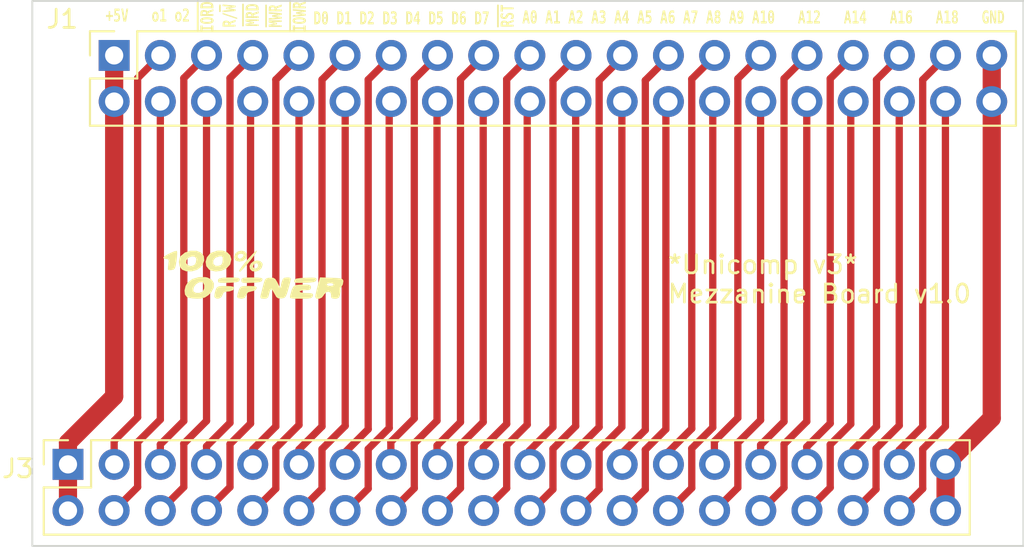
<source format=kicad_pcb>
(kicad_pcb (version 20240108) (generator "pcbnew") (generator_version "8.0")
  (layers (0 "F.Cu" signal) (31 "B.Cu" signal) (34 "B.Paste" user) (35 "F.Paste" user) (36 "B.SilkS" user "B.Silkscreen") (37 "F.SilkS" user "F.Silkscreen") (38 "B.Mask" user) (39 "F.Mask" user) (44 "Edge.Cuts" user))
  (net 0 "")
  (net 1 "/~{RST}")
  (net 2 "GND")
  (net 3 "+5V")
  (net 4 "/EA3")
  (net 5 "/DE7")
  (net 6 "/EA12")
  (net 7 "/DE0")
  (net 8 "/DE2")
  (net 9 "/DE6")
  (net 10 "/EA18")
  (net 11 "/EA1")
  (net 12 "/DE3")
  (net 13 "/DE1")
  (net 14 "/EA2")
  (net 15 "/EA13")
  (net 16 "/EA17")
  (net 17 "/EA8")
  (net 18 "/EA19")
  (net 19 "/DE5")
  (net 20 "/EA9")
  (net 21 "/EA15")
  (net 22 "/EA6")
  (net 23 "/~{IOWR}")
  (net 24 "/~{MWR}")
  (net 25 "/~{MRD}")
  (net 26 "/R{slash}~{W}_e")
  (net 27 "/~{IORD}")
  (net 28 "/PHI2_e")
  (net 29 "/PHI1_e")
  (net 30 "/EA10")
  (net 31 "/EA7")
  (net 32 "/EA5")
  (net 33 "/EA11")
  (net 34 "/EA14")
  (net 35 "/EA16")
  (net 36 "/EA4")
  (net 37 "/DE4")
  (net 38 "/EA0")
  (footprint "Connector_PinSocket_2.54mm:PinSocket_2x20_P2.54mm_Vertical" (layer "F.Cu") (at 92.367 53 90)
    (property "Reference" "J1" (at 1.9968 -2.8574 180) (layer "F.SilkS"))
    (property "Value" "BUS" (hide yes))
    (fp_line (start 1.33 -1.33) (end 1.33 0) (stroke (width 0.12)) (layer "F.SilkS"))
    (fp_line (start 0 -1.33) (end 1.33 -1.33) (stroke (width 0.12)) (layer "F.SilkS"))
    (fp_line (start -1.27 -1.33) (end -1.27 1.27) (stroke (width 0.12)) (layer "F.SilkS"))
    (fp_line (start -3.87 -1.33) (end -1.27 -1.33) (stroke (width 0.12)) (layer "F.SilkS"))
    (fp_line (start -3.87 -1.33) (end -3.87 49.59) (stroke (width 0.12)) (layer "F.SilkS"))
    (fp_line (start 1.33 1.27) (end 1.33 49.59) (stroke (width 0.12)) (layer "F.SilkS"))
    (fp_line (start -1.27 1.27) (end 1.33 1.27) (stroke (width 0.12)) (layer "F.SilkS"))
    (fp_line (start -3.87 49.59) (end 1.33 49.59) (stroke (width 0.12)) (layer "F.SilkS"))
    (pad "1" thru_hole rect (at 0 0 90) (size 1.7 1.7) (drill 1) (layers "*.Cu" "*.Mask") (net 3 "+5V"))
    (pad "2" thru_hole oval (at -2.54 0 90) (size 1.7 1.7) (drill 1) (layers "*.Cu" "*.Mask") (net 3 "+5V"))
    (pad "3" thru_hole oval (at 0 2.54 90) (size 1.7 1.7) (drill 1) (layers "*.Cu" "*.Mask") (net 29 "/PHI1_e"))
    (pad "4" thru_hole oval (at -2.54 2.54 90) (size 1.7 1.7) (drill 1) (layers "*.Cu" "*.Mask") (net 28 "/PHI2_e"))
    (pad "5" thru_hole oval (at 0 5.08 90) (size 1.7 1.7) (drill 1) (layers "*.Cu" "*.Mask") (net 27 "/~{IORD}"))
    (pad "6" thru_hole oval (at -2.54 5.08 90) (size 1.7 1.7) (drill 1) (layers "*.Cu" "*.Mask") (net 26 "/R{slash}~{W}_e"))
    (pad "7" thru_hole oval (at 0 7.62 90) (size 1.7 1.7) (drill 1) (layers "*.Cu" "*.Mask") (net 25 "/~{MRD}"))
    (pad "8" thru_hole oval (at -2.54 7.62 90) (size 1.7 1.7) (drill 1) (layers "*.Cu" "*.Mask") (net 24 "/~{MWR}"))
    (pad "9" thru_hole oval (at 0 10.16 90) (size 1.7 1.7) (drill 1) (layers "*.Cu" "*.Mask") (net 23 "/~{IOWR}"))
    (pad "10" thru_hole oval (at -2.54 10.16 90) (size 1.7 1.7) (drill 1) (layers "*.Cu" "*.Mask") (net 7 "/DE0"))
    (pad "11" thru_hole oval (at 0 12.7 90) (size 1.7 1.7) (drill 1) (layers "*.Cu" "*.Mask") (net 13 "/DE1"))
    (pad "12" thru_hole oval (at -2.54 12.7 90) (size 1.7 1.7) (drill 1) (layers "*.Cu" "*.Mask") (net 8 "/DE2"))
    (pad "13" thru_hole oval (at 0 15.24 90) (size 1.7 1.7) (drill 1) (layers "*.Cu" "*.Mask") (net 12 "/DE3"))
    (pad "14" thru_hole oval (at -2.54 15.24 90) (size 1.7 1.7) (drill 1) (layers "*.Cu" "*.Mask") (net 37 "/DE4"))
    (pad "15" thru_hole oval (at 0 17.78 90) (size 1.7 1.7) (drill 1) (layers "*.Cu" "*.Mask") (net 19 "/DE5"))
    (pad "16" thru_hole oval (at -2.54 17.78 90) (size 1.7 1.7) (drill 1) (layers "*.Cu" "*.Mask") (net 9 "/DE6"))
    (pad "17" thru_hole oval (at 0 20.32 90) (size 1.7 1.7) (drill 1) (layers "*.Cu" "*.Mask") (net 5 "/DE7"))
    (pad "18" thru_hole oval (at -2.54 20.32 90) (size 1.7 1.7) (drill 1) (layers "*.Cu" "*.Mask") (net 1 "/~{RST}"))
    (pad "19" thru_hole oval (at 0 22.86 90) (size 1.7 1.7) (drill 1) (layers "*.Cu" "*.Mask") (net 38 "/EA0"))
    (pad "20" thru_hole oval (at -2.54 22.86 90) (size 1.7 1.7) (drill 1) (layers "*.Cu" "*.Mask") (net 11 "/EA1"))
    (pad "21" thru_hole oval (at 0 25.4 90) (size 1.7 1.7) (drill 1) (layers "*.Cu" "*.Mask") (net 14 "/EA2"))
    (pad "22" thru_hole oval (at -2.54 25.4 90) (size 1.7 1.7) (drill 1) (layers "*.Cu" "*.Mask") (net 4 "/EA3"))
    (pad "23" thru_hole oval (at 0 27.94 90) (size 1.7 1.7) (drill 1) (layers "*.Cu" "*.Mask") (net 36 "/EA4"))
    (pad "24" thru_hole oval (at -2.54 27.94 90) (size 1.7 1.7) (drill 1) (layers "*.Cu" "*.Mask") (net 32 "/EA5"))
    (pad "25" thru_hole oval (at 0 30.48 90) (size 1.7 1.7) (drill 1) (layers "*.Cu" "*.Mask") (net 22 "/EA6"))
    (pad "26" thru_hole oval (at -2.54 30.48 90) (size 1.7 1.7) (drill 1) (layers "*.Cu" "*.Mask") (net 31 "/EA7"))
    (pad "27" thru_hole oval (at 0 33.02 90) (size 1.7 1.7) (drill 1) (layers "*.Cu" "*.Mask") (net 17 "/EA8"))
    (pad "28" thru_hole oval (at -2.54 33.02 90) (size 1.7 1.7) (drill 1) (layers "*.Cu" "*.Mask") (net 20 "/EA9"))
    (pad "29" thru_hole oval (at 0 35.56 90) (size 1.7 1.7) (drill 1) (layers "*.Cu" "*.Mask") (net 30 "/EA10"))
    (pad "30" thru_hole oval (at -2.54 35.56 90) (size 1.7 1.7) (drill 1) (layers "*.Cu" "*.Mask") (net 33 "/EA11"))
    (pad "31" thru_hole oval (at 0 38.1 90) (size 1.7 1.7) (drill 1) (layers "*.Cu" "*.Mask") (net 6 "/EA12"))
    (pad "32" thru_hole oval (at -2.54 38.1 90) (size 1.7 1.7) (drill 1) (layers "*.Cu" "*.Mask") (net 15 "/EA13"))
    (pad "33" thru_hole oval (at 0 40.64 90) (size 1.7 1.7) (drill 1) (layers "*.Cu" "*.Mask") (net 34 "/EA14"))
    (pad "34" thru_hole oval (at -2.54 40.64 90) (size 1.7 1.7) (drill 1) (layers "*.Cu" "*.Mask") (net 21 "/EA15"))
    (pad "35" thru_hole oval (at 0 43.18 90) (size 1.7 1.7) (drill 1) (layers "*.Cu" "*.Mask") (net 35 "/EA16"))
    (pad "36" thru_hole oval (at -2.54 43.18 90) (size 1.7 1.7) (drill 1) (layers "*.Cu" "*.Mask") (net 16 "/EA17"))
    (pad "37" thru_hole oval (at 0 45.72 90) (size 1.7 1.7) (drill 1) (layers "*.Cu" "*.Mask") (net 10 "/EA18"))
    (pad "38" thru_hole oval (at -2.54 45.72 90) (size 1.7 1.7) (drill 1) (layers "*.Cu" "*.Mask") (net 18 "/EA19"))
    (pad "39" thru_hole oval (at 0 48.26 90) (size 1.7 1.7) (drill 1) (layers "*.Cu" "*.Mask") (net 2 "GND"))
    (pad "40" thru_hole oval (at -2.54 48.26 90) (size 1.7 1.7) (drill 1) (layers "*.Cu" "*.Mask") (net 2 "GND"))
  )
  (footprint "Connector_PinSocket_2.54mm:PinSocket_2x20_P2.54mm_Vertical" (layer "F.Cu") (at 89.827 75.51 90)
    (property "Reference" "J3" (at -0.2328 -2.7558 180) (layer "F.SilkS"))
    (property "Value" "Spare" (hide yes))
    (fp_line (start 1.33 -1.33) (end 1.33 0) (stroke (width 0.12)) (layer "F.SilkS"))
    (fp_line (start 0 -1.33) (end 1.33 -1.33) (stroke (width 0.12)) (layer "F.SilkS"))
    (fp_line (start -1.27 -1.33) (end -1.27 1.27) (stroke (width 0.12)) (layer "F.SilkS"))
    (fp_line (start -3.87 -1.33) (end -1.27 -1.33) (stroke (width 0.12)) (layer "F.SilkS"))
    (fp_line (start -3.87 -1.33) (end -3.87 49.59) (stroke (width 0.12)) (layer "F.SilkS"))
    (fp_line (start 1.33 1.27) (end 1.33 49.59) (stroke (width 0.12)) (layer "F.SilkS"))
    (fp_line (start -1.27 1.27) (end 1.33 1.27) (stroke (width 0.12)) (layer "F.SilkS"))
    (fp_line (start -3.87 49.59) (end 1.33 49.59) (stroke (width 0.12)) (layer "F.SilkS"))
    (pad "1" thru_hole rect (at 0 0 90) (size 1.7 1.7) (drill 1) (layers "*.Cu" "*.Mask") (net 3 "+5V"))
    (pad "2" thru_hole oval (at -2.54 0 90) (size 1.7 1.7) (drill 1) (layers "*.Cu" "*.Mask") (net 3 "+5V"))
    (pad "3" thru_hole oval (at 0 2.54 90) (size 1.7 1.7) (drill 1) (layers "*.Cu" "*.Mask") (net 29 "/PHI1_e"))
    (pad "4" thru_hole oval (at -2.54 2.54 90) (size 1.7 1.7) (drill 1) (layers "*.Cu" "*.Mask") (net 28 "/PHI2_e"))
    (pad "5" thru_hole oval (at 0 5.08 90) (size 1.7 1.7) (drill 1) (layers "*.Cu" "*.Mask") (net 27 "/~{IORD}"))
    (pad "6" thru_hole oval (at -2.54 5.08 90) (size 1.7 1.7) (drill 1) (layers "*.Cu" "*.Mask") (net 26 "/R{slash}~{W}_e"))
    (pad "7" thru_hole oval (at 0 7.62 90) (size 1.7 1.7) (drill 1) (layers "*.Cu" "*.Mask") (net 25 "/~{MRD}"))
    (pad "8" thru_hole oval (at -2.54 7.62 90) (size 1.7 1.7) (drill 1) (layers "*.Cu" "*.Mask") (net 24 "/~{MWR}"))
    (pad "9" thru_hole oval (at 0 10.16 90) (size 1.7 1.7) (drill 1) (layers "*.Cu" "*.Mask") (net 23 "/~{IOWR}"))
    (pad "10" thru_hole oval (at -2.54 10.16 90) (size 1.7 1.7) (drill 1) (layers "*.Cu" "*.Mask") (net 7 "/DE0"))
    (pad "11" thru_hole oval (at 0 12.7 90) (size 1.7 1.7) (drill 1) (layers "*.Cu" "*.Mask") (net 13 "/DE1"))
    (pad "12" thru_hole oval (at -2.54 12.7 90) (size 1.7 1.7) (drill 1) (layers "*.Cu" "*.Mask") (net 8 "/DE2"))
    (pad "13" thru_hole oval (at 0 15.24 90) (size 1.7 1.7) (drill 1) (layers "*.Cu" "*.Mask") (net 12 "/DE3"))
    (pad "14" thru_hole oval (at -2.54 15.24 90) (size 1.7 1.7) (drill 1) (layers "*.Cu" "*.Mask") (net 37 "/DE4"))
    (pad "15" thru_hole oval (at 0 17.78 90) (size 1.7 1.7) (drill 1) (layers "*.Cu" "*.Mask") (net 19 "/DE5"))
    (pad "16" thru_hole oval (at -2.54 17.78 90) (size 1.7 1.7) (drill 1) (layers "*.Cu" "*.Mask") (net 9 "/DE6"))
    (pad "17" thru_hole oval (at 0 20.32 90) (size 1.7 1.7) (drill 1) (layers "*.Cu" "*.Mask") (net 5 "/DE7"))
    (pad "18" thru_hole oval (at -2.54 20.32 90) (size 1.7 1.7) (drill 1) (layers "*.Cu" "*.Mask") (net 1 "/~{RST}"))
    (pad "19" thru_hole oval (at 0 22.86 90) (size 1.7 1.7) (drill 1) (layers "*.Cu" "*.Mask") (net 38 "/EA0"))
    (pad "20" thru_hole oval (at -2.54 22.86 90) (size 1.7 1.7) (drill 1) (layers "*.Cu" "*.Mask") (net 11 "/EA1"))
    (pad "21" thru_hole oval (at 0 25.4 90) (size 1.7 1.7) (drill 1) (layers "*.Cu" "*.Mask") (net 14 "/EA2"))
    (pad "22" thru_hole oval (at -2.54 25.4 90) (size 1.7 1.7) (drill 1) (layers "*.Cu" "*.Mask") (net 4 "/EA3"))
    (pad "23" thru_hole oval (at 0 27.94 90) (size 1.7 1.7) (drill 1) (layers "*.Cu" "*.Mask") (net 36 "/EA4"))
    (pad "24" thru_hole oval (at -2.54 27.94 90) (size 1.7 1.7) (drill 1) (layers "*.Cu" "*.Mask") (net 32 "/EA5"))
    (pad "25" thru_hole oval (at 0 30.48 90) (size 1.7 1.7) (drill 1) (layers "*.Cu" "*.Mask") (net 22 "/EA6"))
    (pad "26" thru_hole oval (at -2.54 30.48 90) (size 1.7 1.7) (drill 1) (layers "*.Cu" "*.Mask") (net 31 "/EA7"))
    (pad "27" thru_hole oval (at 0 33.02 90) (size 1.7 1.7) (drill 1) (layers "*.Cu" "*.Mask") (net 17 "/EA8"))
    (pad "28" thru_hole oval (at -2.54 33.02 90) (size 1.7 1.7) (drill 1) (layers "*.Cu" "*.Mask") (net 20 "/EA9"))
    (pad "29" thru_hole oval (at 0 35.56 90) (size 1.7 1.7) (drill 1) (layers "*.Cu" "*.Mask") (net 30 "/EA10"))
    (pad "30" thru_hole oval (at -2.54 35.56 90) (size 1.7 1.7) (drill 1) (layers "*.Cu" "*.Mask") (net 33 "/EA11"))
    (pad "31" thru_hole oval (at 0 38.1 90) (size 1.7 1.7) (drill 1) (layers "*.Cu" "*.Mask") (net 6 "/EA12"))
    (pad "32" thru_hole oval (at -2.54 38.1 90) (size 1.7 1.7) (drill 1) (layers "*.Cu" "*.Mask") (net 15 "/EA13"))
    (pad "33" thru_hole oval (at 0 40.64 90) (size 1.7 1.7) (drill 1) (layers "*.Cu" "*.Mask") (net 34 "/EA14"))
    (pad "34" thru_hole oval (at -2.54 40.64 90) (size 1.7 1.7) (drill 1) (layers "*.Cu" "*.Mask") (net 21 "/EA15"))
    (pad "35" thru_hole oval (at 0 43.18 90) (size 1.7 1.7) (drill 1) (layers "*.Cu" "*.Mask") (net 35 "/EA16"))
    (pad "36" thru_hole oval (at -2.54 43.18 90) (size 1.7 1.7) (drill 1) (layers "*.Cu" "*.Mask") (net 16 "/EA17"))
    (pad "37" thru_hole oval (at 0 45.72 90) (size 1.7 1.7) (drill 1) (layers "*.Cu" "*.Mask") (net 10 "/EA18"))
    (pad "38" thru_hole oval (at -2.54 45.72 90) (size 1.7 1.7) (drill 1) (layers "*.Cu" "*.Mask") (net 18 "/EA19"))
    (pad "39" thru_hole oval (at 0 48.26 90) (size 1.7 1.7) (drill 1) (layers "*.Cu" "*.Mask") (net 2 "GND"))
    (pad "40" thru_hole oval (at -2.54 48.26 90) (size 1.7 1.7) (drill 1) (layers "*.Cu" "*.Mask") (net 2 "GND"))
  )
  (footprint "my_own:Logo_100ProzentOffner_10x2.7mm" (layer "F.Cu") (at 99.987 65.065)
    (property "Reference" "G***" (hide yes))
    (property "Value" "LOGO" (hide yes))
    (fp_poly (pts (xy 0.218249 -1.273099) (xy 0.131154 -1.124734) (xy -0.025108 -0.908143) (xy -0.156308 -0.742462) (xy -0.36914 -0.491157) (xy -0.550581 -0.293734) (xy -0.675405 -0.176788) (xy -0.712289 -0.156308) (xy -0.748089 -0.206872) (xy -0.726807 -0.257965) (xy -0.594736 -0.447924) (xy -0.414256 -0.676378) (xy -0.214 -0.910967) (xy -0.022598 -1.119331) (xy 0.131318 -1.269112) (xy 0.219115 -1.327949) (xy 0.219943 -1.327976)) (fill solid) (layer "F.SilkS"))
    (fp_poly (pts (xy 3.405084 0.172122) (xy 3.4892 0.202075) (xy 3.50707 0.260106) (xy 3.502923 0.289674) (xy 3.465987 0.36242) (xy 3.367894 0.408455) (xy 3.176824 0.435915) (xy 2.86492 0.452787) (xy 2.558575 0.460986) (xy 2.3783 0.453109) (xy 2.294184 0.423155) (xy 2.276314 0.365125) (xy 2.280461 0.335556) (xy 2.317397 0.262811) (xy 2.41549 0.216775) (xy 2.60656 0.189315) (xy 2.918464 0.172444) (xy 3.224809 0.164244)) (fill solid) (layer "F.SilkS"))
    (fp_poly (pts (xy -1.207759 0.635588) (xy -1.059066 0.670478) (xy -1.016 0.7341) (xy -1.087284 0.857023) (xy -1.28526 0.926487) (xy -1.446803 0.937846) (xy -1.60253 0.987135) (xy -1.655334 1.113692) (xy -1.72774 1.248207) (xy -1.862175 1.320565) (xy -2.003839 1.322467) (xy -2.097932 1.245611) (xy -2.110154 1.182587) (xy -2.082266 0.988524) (xy -2.033935 0.825703) (xy -1.977734 0.713805) (xy -1.889149 0.653633) (xy -1.725069 0.62939) (xy -1.486858 0.625231)) (fill solid) (layer "F.SilkS"))
    (fp_poly (pts (xy -0.976599 0.160406) (xy -0.803825 0.177628) (xy -0.726996 0.215368) (xy -0.715984 0.281016) (xy -0.718022 0.293077) (xy -0.759601 0.367965) (xy -0.87093 0.414325) (xy -1.084651 0.441195) (xy -1.293782 0.452483) (xy -1.572987 0.457108) (xy -1.787008 0.447852) (xy -1.891611 0.42672) (xy -1.893261 0.425304) (xy -1.914271 0.318152) (xy -1.901023 0.265898) (xy -1.827913 0.204566) (xy -1.651039 0.169514) (xy -1.346769 0.1566) (xy -1.275447 0.156308)) (fill solid) (layer "F.SilkS"))
    (fp_poly (pts (xy 0.268098 0.16031) (xy 0.443302 0.177145) (xy 0.522231 0.214057) (xy 0.534852 0.27829) (xy 0.53244 0.293077) (xy 0.491777 0.366983) (xy 0.382867 0.413107) (xy 0.173406 0.440168) (xy -0.059445 0.452808) (xy -0.351903 0.461277) (xy -0.521479 0.451726) (xy -0.601275 0.416154) (xy -0.624396 0.346558) (xy -0.625231 0.316039) (xy -0.612302 0.234761) (xy -0.55195 0.186923) (xy -0.411831 0.163795) (xy -0.1596 0.156649) (xy -0.033347 0.156308)) (fill solid) (layer "F.SilkS"))
    (fp_poly (pts (xy 0.039523 0.631227) (xy 0.176636 0.655948) (xy 0.222826 0.709494) (xy 0.220013 0.762) (xy 0.121609 0.878372) (xy -0.059005 0.923241) (xy -0.255248 0.974787) (xy -0.349321 1.101693) (xy -0.359914 1.138164) (xy -0.436955 1.282279) (xy -0.599791 1.327997) (xy -0.633704 1.328615) (xy -0.806159 1.296065) (xy -0.859693 1.223047) (xy -0.83518 1.079032) (xy -0.775996 0.877419) (xy -0.773893 0.871355) (xy -0.717606 0.734556) (xy -0.641387 0.660999) (xy -0.501233 0.631092) (xy -0.253144 0.625246) (xy -0.221086 0.625231)) (fill solid) (layer "F.SilkS"))
    (fp_poly (pts (xy 0.417007 -0.741215) (xy 0.530577 -0.627301) (xy 0.547077 -0.544298) (xy 0.486323 -0.355305) (xy 0.336453 -0.222) (xy 0.146054 -0.161377) (xy -0.036287 -0.190432) (xy -0.149841 -0.300532) (xy -0.174894 -0.44937) (xy 0.018883 -0.44937) (xy 0.041626 -0.386644) (xy 0.141804 -0.329004) (xy 0.249106 -0.387421) (xy 0.298807 -0.494938) (xy 0.266211 -0.60623) (xy 0.205727 -0.625231) (xy 0.063689 -0.571575) (xy 0.018883 -0.44937) (xy -0.174894 -0.44937) (xy -0.178504 -0.470818) (xy -0.109083 -0.613148) (xy 0.046157 -0.739492) (xy 0.238527 -0.780397)) (fill solid) (layer "F.SilkS"))
    (fp_poly (pts (xy -4.16599 -1.300349) (xy -4.152235 -1.204694) (xy -4.162149 -1.001078) (xy -4.189607 -0.763864) (xy -4.232937 -0.495741) (xy -4.280151 -0.345577) (xy -4.352061 -0.275943) (xy -4.46948 -0.249409) (xy -4.476089 -0.248637) (xy -4.611822 -0.241762) (xy -4.665011 -0.290358) (xy -4.658406 -0.434623) (xy -4.641947 -0.541714) (xy -4.61794 -0.743738) (xy -4.642938 -0.835488) (xy -4.732326 -0.859339) (xy -4.757396 -0.859692) (xy -4.889763 -0.887912) (xy -4.923693 -0.930874) (xy -4.859826 -1.003498) (xy -4.702632 -1.102643) (xy -4.503725 -1.20314) (xy -4.314714 -1.279822) (xy -4.187213 -1.307524)) (fill solid) (layer "F.SilkS"))
    (fp_poly (pts (xy -0.45987 -1.28824) (xy -0.344105 -1.168753) (xy -0.324732 -1.098533) (xy -0.360722 -0.895323) (xy -0.507147 -0.759419) (xy -0.724604 -0.713613) (xy -0.918308 -0.755145) (xy -0.994258 -0.855184) (xy -1.016 -0.980686) (xy -0.987966 -1.066409) (xy -0.828568 -1.066409) (xy -0.827545 -0.949243) (xy -0.824824 -0.944656) (xy -0.716319 -0.864305) (xy -0.582718 -0.937185) (xy -0.547845 -0.975998) (xy -0.495745 -1.078855) (xy -0.580216 -1.141762) (xy -0.582605 -1.142684) (xy -0.729061 -1.145491) (xy -0.828568 -1.066409) (xy -0.987966 -1.066409) (xy -0.957595 -1.159275) (xy -0.813909 -1.275438) (xy -0.632237 -1.321114)) (fill solid) (layer "F.SilkS"))
    (fp_poly (pts (xy -3.09958 -1.313977) (xy -2.830929 -1.206953) (xy -2.688898 -1.022489) (xy -2.666881 -0.78035) (xy -2.764622 -0.522695) (xy -2.835656 -0.426516) (xy -3.064031 -0.261263) (xy -3.359522 -0.176475) (xy -3.66013 -0.181217) (xy -3.888154 -0.27262) (xy -4.020243 -0.453635) (xy -4.053807 -0.643521) (xy -3.66162 -0.643521) (xy -3.582349 -0.520631) (xy -3.402608 -0.468933) (xy -3.399627 -0.468923) (xy -3.21098 -0.528063) (xy -3.133905 -0.644769) (xy -3.096666 -0.861875) (xy -3.176874 -0.982116) (xy -3.343178 -1.000689) (xy -3.537378 -0.927415) (xy -3.645078 -0.793737) (xy -3.66162 -0.643521) (xy -4.053807 -0.643521) (xy -4.063752 -0.699786) (xy -4.011812 -0.942958) (xy -3.963822 -1.022773) (xy -3.727869 -1.215446) (xy -3.420547 -1.315642)) (fill solid) (layer "F.SilkS"))
    (fp_poly (pts (xy -1.404445 -1.231384) (xy -1.238446 -1.065244) (xy -1.174004 -0.84104) (xy -1.236209 -0.575485) (xy -1.252779 -0.542748) (xy -1.442302 -0.33857) (xy -1.719683 -0.209548) (xy -2.02948 -0.16842) (xy -2.316246 -0.227922) (xy -2.40538 -0.27797) (xy -2.554991 -0.466007) (xy -2.591068 -0.706354) (xy -2.573917 -0.766378) (xy -2.170101 -0.766378) (xy -2.162113 -0.591543) (xy -2.051658 -0.49039) (xy -1.895675 -0.483228) (xy -1.74222 -0.527309) (xy -1.673509 -0.645541) (xy -1.655392 -0.76771) (xy -1.650039 -0.942622) (xy -1.703859 -1.006137) (xy -1.842894 -1.002172) (xy -2.056202 -0.921803) (xy -2.170101 -0.766378) (xy -2.573917 -0.766378) (xy -2.520851 -0.952096) (xy -2.35158 -1.156318) (xy -2.260872 -1.214275) (xy -1.940749 -1.322614) (xy -1.64691 -1.322745)) (fill solid) (layer "F.SilkS"))
    (fp_poly (pts (xy 2.996008 0.552734) (xy 3.138117 0.577602) (xy 3.19546 0.633528) (xy 3.204307 0.703385) (xy 3.178092 0.805647) (xy 3.072133 0.850843) (xy 2.891692 0.859692) (xy 2.695931 0.877026) (xy 2.587048 0.920327) (xy 2.579077 0.937846) (xy 2.64929 0.982788) (xy 2.828485 1.011044) (xy 2.962529 1.016) (xy 3.189814 1.02259) (xy 3.295823 1.052957) (xy 3.315387 1.122992) (xy 3.305106 1.172308) (xy 3.26884 1.250736) (xy 3.188297 1.297614) (xy 3.02989 1.320831) (xy 2.760034 1.328275) (xy 2.639643 1.328615) (xy 2.330218 1.326966) (xy 2.147643 1.315478) (xy 2.062459 1.284343) (xy 2.045208 1.223751) (xy 2.063228 1.136677) (xy 2.144591 0.840131) (xy 2.228151 0.664553) (xy 2.349881 0.578297) (xy 2.545755 0.549717) (xy 2.73345 0.547077)) (fill solid) (layer "F.SilkS"))
    (fp_poly (pts (xy -2.486098 0.161095) (xy -2.2482 0.285241) (xy -2.133372 0.479978) (xy -2.142994 0.717796) (xy -2.278446 0.971184) (xy -2.437296 1.133461) (xy -2.632234 1.261492) (xy -2.858011 1.317853) (xy -3.073535 1.326239) (xy -3.334196 1.309918) (xy -3.545321 1.271027) (xy -3.614616 1.244201) (xy -3.724515 1.098989) (xy -3.750328 0.876665) (xy -3.746415 0.859361) (xy -3.270859 0.859361) (xy -3.243817 0.937147) (xy -3.124197 1.004493) (xy -2.94265 1.006257) (xy -2.778003 0.944828) (xy -2.751016 0.922215) (xy -2.672678 0.768738) (xy -2.666024 0.586399) (xy -2.728559 0.447301) (xy -2.768355 0.421375) (xy -2.943116 0.423405) (xy -3.112055 0.526297) (xy -3.234771 0.686226) (xy -3.270859 0.859361) (xy -3.746415 0.859361) (xy -3.694598 0.630225) (xy -3.575539 0.430113) (xy -3.318702 0.240634) (xy -2.978922 0.137913) (xy -2.611405 0.135581)) (fill solid) (layer "F.SilkS"))
    (fp_poly (pts (xy 2.007256 0.158372) (xy 2.075192 0.184749) (xy 2.091121 0.265717) (xy 2.058902 0.431552) (xy 1.982394 0.712533) (xy 1.96314 0.781538) (xy 1.882352 1.052972) (xy 1.813056 1.208033) (xy 1.7295 1.282154) (xy 1.605928 1.31077) (xy 1.576176 1.31395) (xy 1.404937 1.310644) (xy 1.294368 1.231496) (xy 1.197968 1.05995) (xy 1.084488 0.854245) (xy 1.003487 0.79812) (xy 0.942751 0.891373) (xy 0.903925 1.055077) (xy 0.851726 1.240391) (xy 0.758965 1.315975) (xy 0.6202 1.328615) (xy 0.460277 1.314494) (xy 0.41781 1.241388) (xy 0.441586 1.113692) (xy 0.537977 0.728409) (xy 0.607691 0.468686) (xy 0.664359 0.309066) (xy 0.721614 0.224088) (xy 0.79309 0.188293) (xy 0.892419 0.176222) (xy 0.945782 0.172098) (xy 1.127136 0.172434) (xy 1.241167 0.238348) (xy 1.344892 0.407126) (xy 1.36408 0.445636) (xy 1.510224 0.742461) (xy 1.583491 0.449385) (xy 1.64845 0.255307) (xy 1.74128 0.172395) (xy 1.883456 0.156308)) (fill solid) (layer "F.SilkS"))
    (fp_poly (pts (xy 4.331631 0.172906) (xy 4.646168 0.187674) (xy 4.837018 0.210656) (xy 4.936796 0.251244) (xy 4.978119 0.318831) (xy 4.986466 0.361489) (xy 4.954205 0.550897) (xy 4.892496 0.645262) (xy 4.815791 0.755915) (xy 4.81762 0.805723) (xy 4.832432 0.904124) (xy 4.808998 1.08253) (xy 4.807689 1.088565) (xy 4.745052 1.259825) (xy 4.625088 1.322764) (xy 4.5218 1.328615) (xy 4.358504 1.310017) (xy 4.308121 1.231033) (xy 4.313087 1.152769) (xy 4.283556 1.001432) (xy 4.17472 0.93959) (xy 4.037572 0.970398) (xy 3.923106 1.097011) (xy 3.909752 1.127811) (xy 3.808744 1.259837) (xy 3.662332 1.32991) (xy 3.523011 1.328847) (xy 3.443273 1.247464) (xy 3.438769 1.210205) (xy 3.458823 1.075274) (xy 3.510893 0.845057) (xy 3.569631 0.62111) (xy 3.590214 0.547077) (xy 4.064 0.547077) (xy 4.130882 0.605827) (xy 4.259384 0.625231) (xy 4.40626 0.598478) (xy 4.454769 0.547077) (xy 4.387886 0.488327) (xy 4.259384 0.468923) (xy 4.112509 0.495676) (xy 4.064 0.547077) (xy 3.590214 0.547077) (xy 3.700492 0.150427)) (fill solid) (layer "F.SilkS"))
  )
  (gr_rect (start 87.867 50) (end 142.367 80) (stroke (width 0.1)) (fill none) (layer "Edge.Cuts"))
  (gr_text "+5V   o1 o2" (at 91.8972 51.2572 0) (layer "F.SilkS") (effects (font (size 0.7 0.5) (thickness 0.1) (bold yes)) (justify left bottom)))
  (gr_text "R/~{W}" (at 99.1616 51.4604 90) (layer "F.SilkS") (effects (font (size 0.7 0.5) (thickness 0.1) (bold yes)) (justify left bottom)))
  (gr_text "~{RST}" (at 114.4524 51.4604 90) (layer "F.SilkS") (effects (font (size 0.7 0.5) (thickness 0.1) (bold yes)) (justify left bottom)))
  (gr_text "~{IOWR}" (at 103.0224 51.7144 90) (layer "F.SilkS") (effects (font (size 0.7 0.5) (thickness 0.1) (bold yes)) (justify left bottom)))
  (gr_text "D0 D1 D2 D3 D4 D5 D6 D7" (at 103.3272 51.4096 0) (layer "F.SilkS") (effects (font (size 0.7 0.5) (thickness 0.1) (bold yes)) (justify left bottom)))
  (gr_text "*Unicomp v3*\nMezzanine Board v1.0" (at 122.72 65.319 0) (layer "F.SilkS") (effects (font (size 1 1)) (justify left)))
  (gr_text "~{MRD}\n" (at 100.4316 51.4096 90) (layer "F.SilkS") (effects (font (size 0.7 0.5) (thickness 0.1) (bold yes)) (justify left bottom)))
  (gr_text "~{MWR}" (at 101.7016 51.4604 90) (layer "F.SilkS") (effects (font (size 0.7 0.5) (thickness 0.1) (bold yes)) (justify left bottom)))
  (gr_text "~{IORD}" (at 97.9424 51.7144 90) (layer "F.SilkS") (effects (font (size 0.7 0.5) (thickness 0.1) (bold yes)) (justify left bottom)))
  (gr_text "A0 A1 A2 A3 A4 A5 A6 A7 A8 A9 A10   A12   A14   A16   A18   GND\n" (at 114.808 51.3588 0) (layer "F.SilkS") (effects (font (size 0.7 0.5) (thickness 0.1) (bold yes)) (justify left bottom)))
  (segment (start 112.6616 73.1803) (end 111.4116 74.4303) (width 0.4) (layer "F.Cu") (net 1))
  (segment (start 111.4116 76.8235) (end 110.1216 78.1135) (width 0.4) (layer "F.Cu") (net 1))
  (segment (start 111.4116 74.4303) (end 111.4116 76.8235) (width 0.4) (layer "F.Cu") (net 1))
  (segment (start 112.6616 55.6035) (end 112.6616 73.1803) (width 0.4) (layer "F.Cu") (net 1))
  (segment (start 140.627 72.97) (end 138.087 75.51) (width 1) (layer "F.Cu") (net 2))
  (segment (start 140.627 53) (end 140.627 72.97) (width 1) (layer "F.Cu") (net 2))
  (segment (start 138.087 75.51) (end 138.087 78.05) (width 1) (layer "F.Cu") (net 2))
  (segment (start 89.827 74.3106) (end 89.827 78.05) (width 1) (layer "F.Cu") (net 3))
  (segment (start 92.367 55.54) (end 92.367 71.7706) (width 1) (layer "F.Cu") (net 3))
  (segment (start 92.367 71.7706) (end 89.827 74.3106) (width 1) (layer "F.Cu") (net 3))
  (segment (start 92.367 53) (end 92.367 55.54) (width 1) (layer "F.Cu") (net 3))
  (segment (start 117.747 73.4035) (end 116.497 74.6535) (width 0.4) (layer "F.Cu") (net 4))
  (segment (start 116.497 76.88294) (end 115.207 78.17294) (width 0.4) (layer "F.Cu") (net 4))
  (segment (start 116.497 74.6535) (end 116.497 76.88294) (width 0.4) (layer "F.Cu") (net 4))
  (segment (start 117.747 55.66294) (end 117.747 73.4035) (width 0.4) (layer "F.Cu") (net 4))
  (segment (start 111.4116 73.1857) (end 110.1216 74.4757) (width 0.4) (layer "F.Cu") (net 5))
  (segment (start 110.1216 74.4757) (end 110.1216 75.5735) (width 0.4) (layer "F.Cu") (net 5))
  (segment (start 112.6616 53.0635) (end 111.4116 54.3135) (width 0.4) (layer "F.Cu") (net 5))
  (segment (start 111.4116 54.3135) (end 111.4116 73.1857) (width 0.4) (layer "F.Cu") (net 5))
  (segment (start 130.4546 53.03078) (end 129.2046 54.28078) (width 0.4) (layer "F.Cu") (net 6))
  (segment (start 127.9146 74.44298) (end 127.9146 75.54078) (width 0.4) (layer "F.Cu") (net 6))
  (segment (start 129.2046 73.15298) (end 127.9146 74.44298) (width 0.4) (layer "F.Cu") (net 6))
  (segment (start 129.2046 54.28078) (end 129.2046 73.15298) (width 0.4) (layer "F.Cu") (net 6))
  (segment (start 101.257 74.6154) (end 101.257 76.84484) (width 0.4) (layer "F.Cu") (net 7))
  (segment (start 101.257 76.84484) (end 99.9924 78.10944) (width 0.4) (layer "F.Cu") (net 7))
  (segment (start 102.5324 55.59944) (end 102.5324 73.34) (width 0.4) (layer "F.Cu") (net 7))
  (segment (start 102.5324 73.34) (end 101.257 74.6154) (width 0.4) (layer "F.Cu") (net 7))
  (segment (start 105.0724 73.3908) (end 103.797 74.6662) (width 0.4) (layer "F.Cu") (net 8))
  (segment (start 105.0724 55.59944) (end 105.0724 73.3908) (width 0.4) (layer "F.Cu") (net 8))
  (segment (start 103.797 76.84484) (end 102.5324 78.10944) (width 0.4) (layer "F.Cu") (net 8))
  (segment (start 103.797 74.6662) (end 103.797 76.84484) (width 0.4) (layer "F.Cu") (net 8))
  (segment (start 108.8716 74.3541) (end 108.8716 76.8235) (width 0.4) (layer "F.Cu") (net 9))
  (segment (start 108.8716 76.8235) (end 107.5816 78.1135) (width 0.4) (layer "F.Cu") (net 9))
  (segment (start 110.1216 73.1041) (end 108.8716 74.3541) (width 0.4) (layer "F.Cu") (net 9))
  (segment (start 110.1216 55.6035) (end 110.1216 73.1041) (width 0.4) (layer "F.Cu") (net 9))
  (segment (start 136.83 73.42698) (end 135.54 74.71698) (width 0.4) (layer "F.Cu") (net 10))
  (segment (start 135.54 74.71698) (end 135.54 75.60022) (width 0.4) (layer "F.Cu") (net 10))
  (segment (start 138.08 53.09022) (end 136.83 54.34022) (width 0.4) (layer "F.Cu") (net 10))
  (segment (start 136.83 54.34022) (end 136.83 73.42698) (width 0.4) (layer "F.Cu") (net 10))
  (segment (start 115.2016 55.6035) (end 115.0816 55.7235) (width 0.4) (layer "F.Cu") (net 11))
  (segment (start 113.9516 74.4557) (end 113.9516 76.8235) (width 0.4) (layer "F.Cu") (net 11))
  (segment (start 113.9516 76.8235) (end 112.6616 78.1135) (width 0.4) (layer "F.Cu") (net 11))
  (segment (start 115.0816 55.7235) (end 115.0816 73.3257) (width 0.4) (layer "F.Cu") (net 11))
  (segment (start 115.0816 73.3257) (end 113.9516 74.4557) (width 0.4) (layer "F.Cu") (net 11))
  (segment (start 106.337 54.33484) (end 106.337 73.574) (width 0.4) (layer "F.Cu") (net 12))
  (segment (start 106.337 73.574) (end 105.0724 74.8386) (width 0.4) (layer "F.Cu") (net 12))
  (segment (start 105.0724 74.8386) (end 105.0724 75.56944) (width 0.4) (layer "F.Cu") (net 12))
  (segment (start 107.6124 53.05944) (end 106.337 54.33484) (width 0.4) (layer "F.Cu") (net 12))
  (segment (start 102.5324 74.6862) (end 102.5324 75.56944) (width 0.4) (layer "F.Cu") (net 13))
  (segment (start 105.0724 53.05944) (end 103.797 54.33484) (width 0.4) (layer "F.Cu") (net 13))
  (segment (start 103.797 73.4216) (end 102.5324 74.6862) (width 0.4) (layer "F.Cu") (net 13))
  (segment (start 103.797 54.33484) (end 103.797 73.4216) (width 0.4) (layer "F.Cu") (net 13))
  (segment (start 116.497 54.37294) (end 116.497 73.4597) (width 0.4) (layer "F.Cu") (net 14))
  (segment (start 117.747 53.12294) (end 116.497 54.37294) (width 0.4) (layer "F.Cu") (net 14))
  (segment (start 115.207 74.7497) (end 115.207 75.63294) (width 0.4) (layer "F.Cu") (net 14))
  (segment (start 116.497 73.4597) (end 115.207 74.7497) (width 0.4) (layer "F.Cu") (net 14))
  (segment (start 129.2046 74.39758) (end 129.2046 76.79078) (width 0.4) (layer "F.Cu") (net 15))
  (segment (start 130.4546 55.57078) (end 130.4546 73.14758) (width 0.4) (layer "F.Cu") (net 15))
  (segment (start 129.2046 76.79078) (end 127.9146 78.08078) (width 0.4) (layer "F.Cu") (net 15))
  (segment (start 130.4546 73.14758) (end 129.2046 74.39758) (width 0.4) (layer "F.Cu") (net 15))
  (segment (start 135.54 73.37078) (end 134.2646 74.64618) (width 0.4) (layer "F.Cu") (net 16))
  (segment (start 134.2646 76.87562) (end 133 78.14022) (width 0.4) (layer "F.Cu") (net 16))
  (segment (start 135.54 55.63022) (end 135.54 73.37078) (width 0.4) (layer "F.Cu") (net 16))
  (segment (start 134.2646 74.64618) (end 134.2646 76.87562) (width 0.4) (layer "F.Cu") (net 16))
  (segment (start 124.13 54.30212) (end 124.13 73.54128) (width 0.4) (layer "F.Cu") (net 17))
  (segment (start 125.4054 53.02672) (end 124.13 54.30212) (width 0.4) (layer "F.Cu") (net 17))
  (segment (start 124.13 73.54128) (end 122.8654 74.80588) (width 0.4) (layer "F.Cu") (net 17))
  (segment (start 122.8654 74.80588) (end 122.8654 75.53672) (width 0.4) (layer "F.Cu") (net 17))
  (segment (start 136.83 76.85022) (end 135.54 78.14022) (width 0.4) (layer "F.Cu") (net 18))
  (segment (start 136.83 74.67158) (end 136.83 76.85022) (width 0.4) (layer "F.Cu") (net 18))
  (segment (start 138.08 55.63022) (end 138.08 73.42158) (width 0.4) (layer "F.Cu") (net 18))
  (segment (start 138.08 73.42158) (end 136.83 74.67158) (width 0.4) (layer "F.Cu") (net 18))
  (segment (start 108.8716 72.9825) (end 107.5816 74.2725) (width 0.4) (layer "F.Cu") (net 19))
  (segment (start 107.5816 74.2725) (end 107.5816 75.5735) (width 0.4) (layer "F.Cu") (net 19))
  (segment (start 108.8716 54.3135) (end 108.8716 72.9825) (width 0.4) (layer "F.Cu") (net 19))
  (segment (start 110.1216 53.0635) (end 108.8716 54.3135) (width 0.4) (layer "F.Cu") (net 19))
  (segment (start 125.2854 55.68672) (end 125.2854 73.47808) (width 0.4) (layer "F.Cu") (net 20))
  (segment (start 125.4054 55.56672) (end 125.2854 55.68672) (width 0.4) (layer "F.Cu") (net 20))
  (segment (start 124.13 76.81212) (end 122.8654 78.07672) (width 0.4) (layer "F.Cu") (net 20))
  (segment (start 125.2854 73.47808) (end 124.13 74.63348) (width 0.4) (layer "F.Cu") (net 20))
  (segment (start 124.13 74.63348) (end 124.13 76.81212) (width 0.4) (layer "F.Cu") (net 20))
  (segment (start 132.8746 73.29298) (end 131.7446 74.42298) (width 0.4) (layer "F.Cu") (net 21))
  (segment (start 131.7446 74.42298) (end 131.7446 76.79078) (width 0.4) (layer "F.Cu") (net 21))
  (segment (start 132.8746 55.69078) (end 132.8746 73.29298) (width 0.4) (layer "F.Cu") (net 21))
  (segment (start 131.7446 76.79078) (end 130.4546 78.08078) (width 0.4) (layer "F.Cu") (net 21))
  (segment (start 132.9946 55.57078) (end 132.8746 55.69078) (width 0.4) (layer "F.Cu") (net 21))
  (segment (start 121.577 73.6121) (end 120.287 74.9021) (width 0.4) (layer "F.Cu") (net 22))
  (segment (start 120.287 74.9021) (end 120.287 75.63294) (width 0.4) (layer "F.Cu") (net 22))
  (segment (start 122.827 53.12294) (end 121.577 54.37294) (width 0.4) (layer "F.Cu") (net 22))
  (segment (start 121.577 54.37294) (end 121.577 73.6121) (width 0.4) (layer "F.Cu") (net 22))
  (segment (start 101.257 73.4216) (end 99.9924 74.6862) (width 0.4) (layer "F.Cu") (net 23))
  (segment (start 101.257 54.33484) (end 101.257 73.4216) (width 0.4) (layer "F.Cu") (net 23))
  (segment (start 102.5324 53.05944) (end 101.257 54.33484) (width 0.4) (layer "F.Cu") (net 23))
  (segment (start 99.9924 74.6862) (end 99.9924 75.56944) (width 0.4) (layer "F.Cu") (net 23))
  (segment (start 99.867 55.66) (end 99.867 73.2622) (width 0.4) (layer "F.Cu") (net 24))
  (segment (start 99.867 73.2622) (end 98.737 74.3922) (width 0.4) (layer "F.Cu") (net 24))
  (segment (start 98.737 74.3922) (end 98.737 76.76) (width 0.4) (layer "F.Cu") (net 24))
  (segment (start 98.737 76.76) (end 97.447 78.05) (width 0.4) (layer "F.Cu") (net 24))
  (segment (start 99.987 55.54) (end 99.867 55.66) (width 0.4) (layer "F.Cu") (net 24))
  (segment (start 99.987 53) (end 98.737 54.25) (width 0.4) (layer "F.Cu") (net 25))
  (segment (start 98.737 73.2238) (end 97.447 74.5138) (width 0.4) (layer "F.Cu") (net 25))
  (segment (start 98.737 54.25) (end 98.737 73.2238) (width 0.4) (layer "F.Cu") (net 25))
  (segment (start 97.447 74.5138) (end 97.447 75.51) (width 0.4) (layer "F.Cu") (net 25))
  (segment (start 97.447 55.54) (end 97.447 73.1168) (width 0.4) (layer "F.Cu") (net 26))
  (segment (start 96.197 74.3668) (end 96.197 76.76) (width 0.4) (layer "F.Cu") (net 26))
  (segment (start 96.197 76.76) (end 94.907 78.05) (width 0.4) (layer "F.Cu") (net 26))
  (segment (start 97.447 73.1168) (end 96.197 74.3668) (width 0.4) (layer "F.Cu") (net 26))
  (segment (start 96.197 54.25) (end 96.197 73.1222) (width 0.4) (layer "F.Cu") (net 27))
  (segment (start 96.197 73.1222) (end 94.907 74.4122) (width 0.4) (layer "F.Cu") (net 27))
  (segment (start 97.447 53) (end 96.197 54.25) (width 0.4) (layer "F.Cu") (net 27))
  (segment (start 94.907 74.4122) (end 94.907 75.51) (width 0.4) (layer "F.Cu") (net 27))
  (segment (start 93.657 76.76) (end 92.367 78.05) (width 0.4) (layer "F.Cu") (net 28))
  (segment (start 94.907 73.0406) (end 93.657 74.2906) (width 0.4) (layer "F.Cu") (net 28))
  (segment (start 94.907 55.54) (end 94.907 73.0406) (width 0.4) (layer "F.Cu") (net 28))
  (segment (start 93.657 74.2906) (end 93.657 76.76) (width 0.4) (layer "F.Cu") (net 28))
  (segment (start 93.657 54.25) (end 93.657 72.919) (width 0.4) (layer "F.Cu") (net 29))
  (segment (start 94.907 53) (end 93.657 54.25) (width 0.4) (layer "F.Cu") (net 29))
  (segment (start 92.367 74.209) (end 92.367 75.51) (width 0.4) (layer "F.Cu") (net 29))
  (segment (start 93.657 72.919) (end 92.367 74.209) (width 0.4) (layer "F.Cu") (net 29))
  (segment (start 127.9146 53.03078) (end 126.6646 54.28078) (width 0.4) (layer "F.Cu") (net 30))
  (segment (start 125.3746 74.23978) (end 125.3746 75.54078) (width 0.4) (layer "F.Cu") (net 30))
  (segment (start 126.6646 54.28078) (end 126.6646 72.94978) (width 0.4) (layer "F.Cu") (net 30))
  (segment (start 126.6646 72.94978) (end 125.3746 74.23978) (width 0.4) (layer "F.Cu") (net 30))
  (segment (start 121.577 76.88294) (end 120.287 78.17294) (width 0.4) (layer "F.Cu") (net 31))
  (segment (start 122.707 73.5743) (end 121.577 74.7043) (width 0.4) (layer "F.Cu") (net 31))
  (segment (start 122.707 55.78294) (end 122.707 73.5743) (width 0.4) (layer "F.Cu") (net 31))
  (segment (start 122.827 55.66294) (end 122.707 55.78294) (width 0.4) (layer "F.Cu") (net 31))
  (segment (start 121.577 74.7043) (end 121.577 76.88294) (width 0.4) (layer "F.Cu") (net 31))
  (segment (start 119.037 74.7043) (end 119.037 76.88294) (width 0.4) (layer "F.Cu") (net 32))
  (segment (start 119.037 76.88294) (end 117.747 78.17294) (width 0.4) (layer "F.Cu") (net 32))
  (segment (start 120.287 73.4543) (end 119.037 74.7043) (width 0.4) (layer "F.Cu") (net 32))
  (segment (start 120.287 55.66294) (end 120.287 73.4543) (width 0.4) (layer "F.Cu") (net 32))
  (segment (start 127.9146 73.07138) (end 126.6646 74.32138) (width 0.4) (layer "F.Cu") (net 33))
  (segment (start 126.6646 74.32138) (end 126.6646 76.79078) (width 0.4) (layer "F.Cu") (net 33))
  (segment (start 127.9146 55.57078) (end 127.9146 73.07138) (width 0.4) (layer "F.Cu") (net 33))
  (segment (start 126.6646 76.79078) (end 125.3746 78.08078) (width 0.4) (layer "F.Cu") (net 33))
  (segment (start 131.7446 73.25458) (end 130.4546 74.54458) (width 0.4) (layer "F.Cu") (net 34))
  (segment (start 130.4546 74.54458) (end 130.4546 75.54078) (width 0.4) (layer "F.Cu") (net 34))
  (segment (start 131.7446 54.28078) (end 131.7446 73.25458) (width 0.4) (layer "F.Cu") (net 34))
  (segment (start 132.9946 53.03078) (end 131.7446 54.28078) (width 0.4) (layer "F.Cu") (net 34))
  (segment (start 134.29 73.42698) (end 133 74.71698) (width 0.4) (layer "F.Cu") (net 35))
  (segment (start 135.54 53.09022) (end 134.29 54.34022) (width 0.4) (layer "F.Cu") (net 35))
  (segment (start 134.29 54.34022) (end 134.29 73.42698) (width 0.4) (layer "F.Cu") (net 35))
  (segment (start 133 74.71698) (end 133 75.60022) (width 0.4) (layer "F.Cu") (net 35))
  (segment (start 119.037 73.4597) (end 117.747 74.7497) (width 0.4) (layer "F.Cu") (net 36))
  (segment (start 119.037 54.37294) (end 119.037 73.4597) (width 0.4) (layer "F.Cu") (net 36))
  (segment (start 120.287 53.12294) (end 119.037 54.37294) (width 0.4) (layer "F.Cu") (net 36))
  (segment (start 117.747 74.7497) (end 117.747 75.63294) (width 0.4) (layer "F.Cu") (net 36))
  (segment (start 107.6124 55.59944) (end 107.4924 55.71944) (width 0.4) (layer "F.Cu") (net 37))
  (segment (start 107.4924 73.5108) (end 106.337 74.6662) (width 0.4) (layer "F.Cu") (net 37))
  (segment (start 106.337 76.84484) (end 105.0724 78.10944) (width 0.4) (layer "F.Cu") (net 37))
  (segment (start 106.337 74.6662) (end 106.337 76.84484) (width 0.4) (layer "F.Cu") (net 37))
  (segment (start 107.4924 55.71944) (end 107.4924 73.5108) (width 0.4) (layer "F.Cu") (net 37))
  (segment (start 112.6616 74.5773) (end 112.6616 75.5735) (width 0.4) (layer "F.Cu") (net 38))
  (segment (start 115.2016 53.0635) (end 113.9516 54.3135) (width 0.4) (layer "F.Cu") (net 38))
  (segment (start 113.9516 54.3135) (end 113.9516 73.2873) (width 0.4) (layer "F.Cu") (net 38))
  (segment (start 113.9516 73.2873) (end 112.6616 74.5773) (width 0.4) (layer "F.Cu") (net 38))
)
</source>
